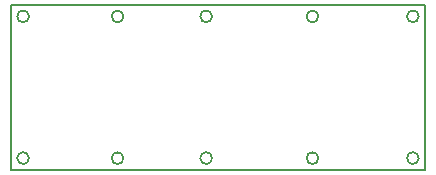
<source format=gbr>
G04 #@! TF.GenerationSoftware,KiCad,Pcbnew,(5.0.2)-1*
G04 #@! TF.CreationDate,2019-01-24T14:51:23+02:00*
G04 #@! TF.ProjectId,LDR_LED,4c44525f-4c45-4442-9e6b-696361645f70,rev?*
G04 #@! TF.SameCoordinates,Original*
G04 #@! TF.FileFunction,Profile,NP*
%FSLAX46Y46*%
G04 Gerber Fmt 4.6, Leading zero omitted, Abs format (unit mm)*
G04 Created by KiCad (PCBNEW (5.0.2)-1) date 24-1-2019 14:51:23*
%MOMM*%
%LPD*%
G01*
G04 APERTURE LIST*
%ADD10C,0.150000*%
G04 APERTURE END LIST*
D10*
X143000000Y-82500000D02*
G75*
G03X143000000Y-82500000I-500000J0D01*
G01*
X143000000Y-70500000D02*
G75*
G03X143000000Y-70500000I-500000J0D01*
G01*
X159500000Y-70500000D02*
G75*
G03X159500000Y-70500000I-500000J0D01*
G01*
X159500000Y-82500000D02*
G75*
G03X159500000Y-82500000I-500000J0D01*
G01*
X168000000Y-70500000D02*
G75*
G03X168000000Y-70500000I-500000J0D01*
G01*
X150500000Y-70500000D02*
G75*
G03X150500000Y-70500000I-500000J0D01*
G01*
X150500000Y-82500000D02*
G75*
G03X150500000Y-82500000I-500000J0D01*
G01*
X168000000Y-82500000D02*
G75*
G03X168000000Y-82500000I-500000J0D01*
G01*
X135000000Y-82500000D02*
G75*
G03X135000000Y-82500000I-500000J0D01*
G01*
X135000000Y-70500000D02*
G75*
G03X135000000Y-70500000I-500000J0D01*
G01*
X168500000Y-69500000D02*
X133500000Y-69500000D01*
X168500000Y-83500000D02*
X168500000Y-69500000D01*
X133500000Y-83500000D02*
X168500000Y-83500000D01*
X133500000Y-69500000D02*
X133500000Y-83500000D01*
M02*

</source>
